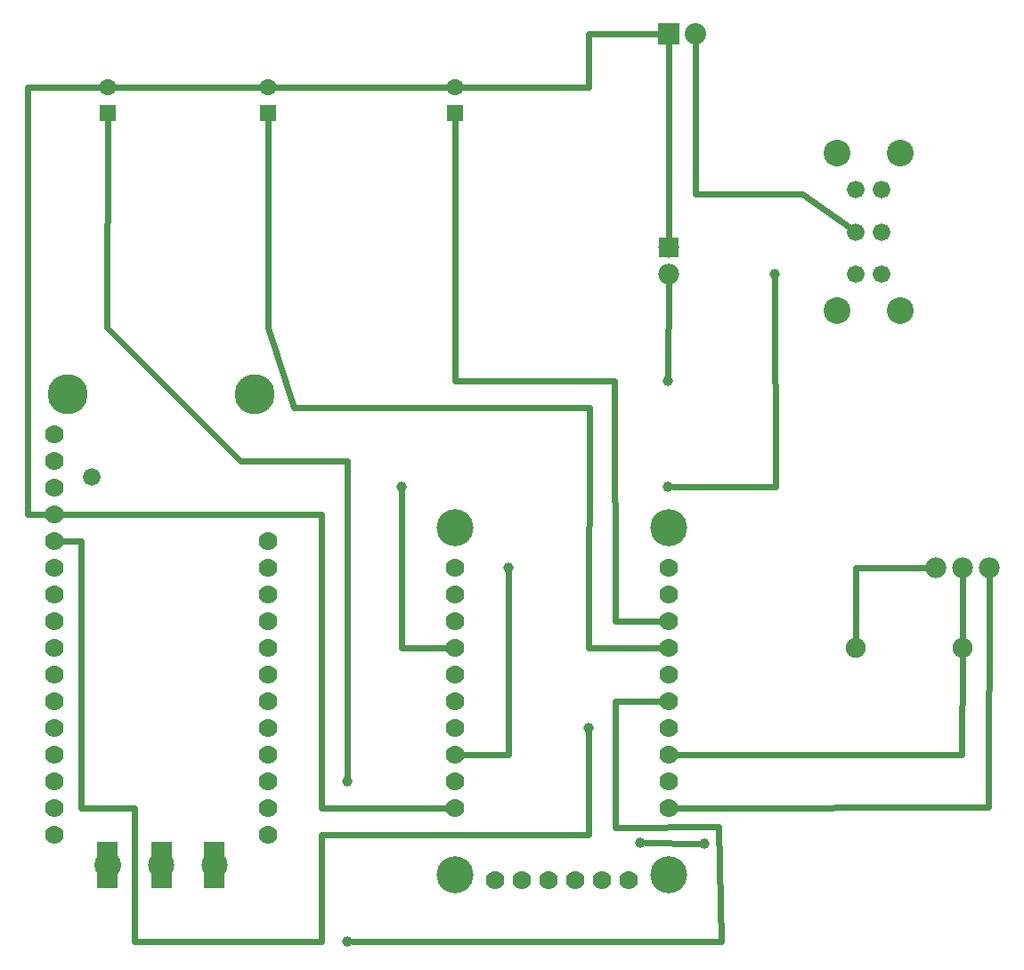
<source format=gbl>
G04 MADE WITH FRITZING*
G04 WWW.FRITZING.ORG*
G04 DOUBLE SIDED*
G04 HOLES PLATED*
G04 CONTOUR ON CENTER OF CONTOUR VECTOR*
%ASAXBY*%
%FSLAX23Y23*%
%MOIN*%
%OFA0B0*%
%SFA1.0B1.0*%
%ADD10C,0.078000*%
%ADD11C,0.075000*%
%ADD12C,0.039370*%
%ADD13C,0.138425*%
%ADD14C,0.070000*%
%ADD15C,0.098425*%
%ADD16C,0.150000*%
%ADD17C,0.100000*%
%ADD18C,0.066000*%
%ADD19C,0.062992*%
%ADD20C,0.080000*%
%ADD21R,0.062992X0.062992*%
%ADD22R,0.078000X0.078000*%
%ADD23R,0.080000X0.080000*%
%ADD24C,0.024000*%
%ADD25R,0.001000X0.001000*%
%LNCOPPER0*%
G90*
G70*
G54D10*
X3944Y1480D03*
X3844Y1480D03*
X3744Y1480D03*
G54D11*
X3844Y1180D03*
X3444Y1180D03*
G54D12*
X1543Y79D03*
X1543Y681D03*
X2444Y881D03*
X2742Y2178D03*
X1744Y1782D03*
X2742Y1782D03*
X2145Y1478D03*
X3143Y2579D03*
X2639Y451D03*
X2879Y446D03*
G54D13*
X1944Y330D03*
X1944Y1630D03*
G54D14*
X2094Y310D03*
X2194Y310D03*
X2294Y310D03*
X2394Y310D03*
X2494Y310D03*
X2594Y310D03*
X1944Y1480D03*
X1944Y1380D03*
X1944Y1280D03*
X1944Y1180D03*
X1944Y1080D03*
X1944Y980D03*
X1944Y880D03*
X1944Y780D03*
X1944Y680D03*
G54D13*
X2744Y1630D03*
G54D14*
X1944Y580D03*
G54D13*
X2744Y330D03*
G54D14*
X2744Y580D03*
X2744Y680D03*
X2744Y780D03*
X2744Y880D03*
X2744Y980D03*
X2744Y1080D03*
X2744Y1180D03*
X2744Y1280D03*
X2744Y1380D03*
X2744Y1480D03*
X1244Y1380D03*
G54D15*
X1044Y365D03*
G54D16*
X494Y2130D03*
G54D15*
X846Y365D03*
G54D17*
X644Y365D03*
G54D18*
X584Y1820D03*
G54D14*
X1244Y1180D03*
X444Y1980D03*
X1244Y1580D03*
X444Y1880D03*
X444Y1780D03*
X444Y1680D03*
X444Y1580D03*
X444Y1480D03*
X444Y1380D03*
X1244Y1080D03*
X444Y1280D03*
X1244Y1280D03*
X444Y1180D03*
X1244Y1480D03*
X444Y1080D03*
G54D16*
X1194Y2130D03*
G54D14*
X444Y980D03*
X444Y880D03*
X444Y780D03*
X444Y680D03*
X444Y580D03*
X444Y480D03*
X1244Y480D03*
X1244Y580D03*
X1244Y680D03*
X1244Y780D03*
X1244Y880D03*
X1244Y980D03*
G54D19*
X1244Y3182D03*
X1244Y3280D03*
X644Y3182D03*
X644Y3280D03*
X1944Y3182D03*
X1944Y3280D03*
G54D10*
X2744Y2680D03*
X2744Y2580D03*
G54D20*
X2744Y3480D03*
X2844Y3480D03*
G54D17*
X3376Y2442D03*
X3612Y2442D03*
X3376Y3033D03*
X3612Y3033D03*
G54D18*
X3444Y2580D03*
X3444Y2737D03*
X3444Y2895D03*
X3543Y2580D03*
X3543Y2737D03*
X3543Y2895D03*
G54D21*
X1244Y3182D03*
X644Y3182D03*
X1944Y3182D03*
G54D22*
X2744Y2680D03*
G54D23*
X2744Y3480D03*
G54D24*
X3943Y582D02*
X2775Y580D01*
D02*
X3944Y1450D02*
X3943Y582D01*
D02*
X3844Y1209D02*
X3844Y1450D01*
D02*
X3842Y778D02*
X2775Y780D01*
D02*
X3844Y1151D02*
X3842Y778D01*
D02*
X3446Y1481D02*
X3445Y1209D01*
D02*
X3714Y1480D02*
X3446Y1481D01*
D02*
X1218Y3280D02*
X671Y3280D01*
D02*
X1918Y3280D02*
X1271Y3280D01*
D02*
X2444Y3279D02*
X1971Y3280D01*
D02*
X2444Y3479D02*
X2444Y3279D01*
D02*
X2713Y3480D02*
X2444Y3479D01*
D02*
X2744Y2710D02*
X2744Y3449D01*
D02*
X2845Y2878D02*
X2845Y3279D01*
D02*
X3246Y2878D02*
X2845Y2878D01*
D02*
X2845Y3279D02*
X2845Y3449D01*
D02*
X3424Y2752D02*
X3246Y2878D01*
D02*
X345Y1679D02*
X414Y1680D01*
D02*
X345Y3279D02*
X345Y1679D01*
D02*
X618Y3280D02*
X345Y3279D01*
D02*
X1446Y578D02*
X1914Y580D01*
D02*
X1446Y1679D02*
X1446Y578D01*
D02*
X475Y1680D02*
X1446Y1679D01*
D02*
X1945Y2179D02*
X1944Y3155D01*
D02*
X2542Y2179D02*
X1945Y2179D01*
D02*
X2546Y1278D02*
X2542Y2179D01*
D02*
X2714Y1280D02*
X2546Y1278D01*
D02*
X1342Y2078D02*
X1245Y2379D01*
D02*
X2447Y2078D02*
X1342Y2078D01*
D02*
X2444Y1180D02*
X2447Y2078D01*
D02*
X1245Y2379D02*
X1244Y3155D01*
D02*
X2714Y1180D02*
X2444Y1180D01*
D02*
X643Y2379D02*
X644Y3155D01*
D02*
X2933Y510D02*
X2943Y79D01*
D02*
X2546Y505D02*
X2933Y510D01*
D02*
X2546Y979D02*
X2546Y505D01*
D02*
X2943Y79D02*
X1562Y79D01*
D02*
X1543Y700D02*
X1543Y1879D01*
D02*
X1543Y1879D02*
X1142Y1879D01*
D02*
X1142Y1879D02*
X643Y2379D01*
D02*
X2714Y980D02*
X2546Y979D01*
D02*
X545Y1581D02*
X475Y1580D01*
D02*
X2444Y862D02*
X2444Y480D01*
D02*
X2444Y480D02*
X2145Y480D01*
D02*
X2145Y480D02*
X1446Y480D01*
D02*
X1446Y480D02*
X1446Y79D01*
D02*
X1446Y79D02*
X746Y79D01*
D02*
X746Y79D02*
X746Y578D01*
D02*
X746Y578D02*
X545Y578D01*
D02*
X545Y578D02*
X545Y1581D01*
D02*
X2742Y2197D02*
X2744Y2550D01*
D02*
X1744Y1180D02*
X1744Y1763D01*
D02*
X1914Y1180D02*
X1744Y1180D01*
D02*
X3145Y1782D02*
X3143Y2560D01*
D02*
X2761Y1782D02*
X3145Y1782D01*
D02*
X2145Y779D02*
X2145Y1459D01*
D02*
X1975Y780D02*
X2145Y779D01*
D02*
X2658Y450D02*
X2860Y446D01*
G54D25*
X607Y453D02*
X681Y453D01*
X607Y452D02*
X681Y452D01*
X809Y452D02*
X883Y452D01*
X1007Y452D02*
X1081Y452D01*
X607Y451D02*
X681Y451D01*
X809Y451D02*
X883Y451D01*
X1007Y451D02*
X1081Y451D01*
X607Y450D02*
X681Y450D01*
X809Y450D02*
X883Y450D01*
X1007Y450D02*
X1081Y450D01*
X607Y449D02*
X681Y449D01*
X809Y449D02*
X883Y449D01*
X1007Y449D02*
X1081Y449D01*
X607Y448D02*
X681Y448D01*
X809Y448D02*
X883Y448D01*
X1007Y448D02*
X1081Y448D01*
X607Y447D02*
X681Y447D01*
X809Y447D02*
X883Y447D01*
X1007Y447D02*
X1081Y447D01*
X607Y446D02*
X681Y446D01*
X809Y446D02*
X883Y446D01*
X1007Y446D02*
X1081Y446D01*
X607Y445D02*
X681Y445D01*
X809Y445D02*
X883Y445D01*
X1007Y445D02*
X1081Y445D01*
X607Y444D02*
X681Y444D01*
X809Y444D02*
X883Y444D01*
X1007Y444D02*
X1081Y444D01*
X607Y443D02*
X681Y443D01*
X809Y443D02*
X883Y443D01*
X1007Y443D02*
X1081Y443D01*
X607Y442D02*
X681Y442D01*
X809Y442D02*
X883Y442D01*
X1007Y442D02*
X1081Y442D01*
X607Y441D02*
X681Y441D01*
X809Y441D02*
X883Y441D01*
X1007Y441D02*
X1081Y441D01*
X607Y440D02*
X681Y440D01*
X809Y440D02*
X883Y440D01*
X1007Y440D02*
X1081Y440D01*
X607Y439D02*
X681Y439D01*
X809Y439D02*
X883Y439D01*
X1007Y439D02*
X1081Y439D01*
X607Y438D02*
X681Y438D01*
X809Y438D02*
X883Y438D01*
X1007Y438D02*
X1081Y438D01*
X607Y437D02*
X681Y437D01*
X809Y437D02*
X883Y437D01*
X1007Y437D02*
X1081Y437D01*
X607Y436D02*
X681Y436D01*
X809Y436D02*
X883Y436D01*
X1007Y436D02*
X1081Y436D01*
X607Y435D02*
X681Y435D01*
X809Y435D02*
X883Y435D01*
X1007Y435D02*
X1081Y435D01*
X607Y434D02*
X681Y434D01*
X809Y434D02*
X883Y434D01*
X1007Y434D02*
X1081Y434D01*
X607Y433D02*
X681Y433D01*
X809Y433D02*
X883Y433D01*
X1007Y433D02*
X1081Y433D01*
X607Y432D02*
X681Y432D01*
X809Y432D02*
X883Y432D01*
X1007Y432D02*
X1081Y432D01*
X607Y431D02*
X681Y431D01*
X809Y431D02*
X883Y431D01*
X1007Y431D02*
X1081Y431D01*
X607Y430D02*
X681Y430D01*
X809Y430D02*
X883Y430D01*
X1007Y430D02*
X1081Y430D01*
X607Y429D02*
X681Y429D01*
X809Y429D02*
X883Y429D01*
X1007Y429D02*
X1081Y429D01*
X607Y428D02*
X681Y428D01*
X809Y428D02*
X883Y428D01*
X1007Y428D02*
X1081Y428D01*
X607Y427D02*
X681Y427D01*
X809Y427D02*
X883Y427D01*
X1007Y427D02*
X1081Y427D01*
X607Y426D02*
X681Y426D01*
X809Y426D02*
X883Y426D01*
X1007Y426D02*
X1081Y426D01*
X607Y425D02*
X681Y425D01*
X809Y425D02*
X883Y425D01*
X1007Y425D02*
X1081Y425D01*
X607Y424D02*
X681Y424D01*
X809Y424D02*
X883Y424D01*
X1007Y424D02*
X1081Y424D01*
X607Y423D02*
X681Y423D01*
X809Y423D02*
X883Y423D01*
X1007Y423D02*
X1081Y423D01*
X607Y422D02*
X681Y422D01*
X809Y422D02*
X883Y422D01*
X1007Y422D02*
X1081Y422D01*
X607Y421D02*
X681Y421D01*
X809Y421D02*
X883Y421D01*
X1007Y421D02*
X1081Y421D01*
X607Y420D02*
X681Y420D01*
X809Y420D02*
X883Y420D01*
X1007Y420D02*
X1081Y420D01*
X607Y419D02*
X681Y419D01*
X809Y419D02*
X883Y419D01*
X1007Y419D02*
X1081Y419D01*
X607Y418D02*
X681Y418D01*
X809Y418D02*
X883Y418D01*
X1007Y418D02*
X1081Y418D01*
X607Y417D02*
X681Y417D01*
X809Y417D02*
X883Y417D01*
X1007Y417D02*
X1081Y417D01*
X607Y416D02*
X681Y416D01*
X809Y416D02*
X883Y416D01*
X1007Y416D02*
X1081Y416D01*
X607Y415D02*
X681Y415D01*
X809Y415D02*
X883Y415D01*
X1007Y415D02*
X1081Y415D01*
X607Y414D02*
X681Y414D01*
X809Y414D02*
X883Y414D01*
X1007Y414D02*
X1081Y414D01*
X607Y413D02*
X681Y413D01*
X809Y413D02*
X883Y413D01*
X1007Y413D02*
X1081Y413D01*
X607Y412D02*
X681Y412D01*
X809Y412D02*
X883Y412D01*
X1007Y412D02*
X1081Y412D01*
X607Y411D02*
X681Y411D01*
X809Y411D02*
X883Y411D01*
X1007Y411D02*
X1081Y411D01*
X607Y410D02*
X681Y410D01*
X809Y410D02*
X883Y410D01*
X1007Y410D02*
X1081Y410D01*
X607Y409D02*
X681Y409D01*
X809Y409D02*
X883Y409D01*
X1007Y409D02*
X1081Y409D01*
X607Y408D02*
X681Y408D01*
X809Y408D02*
X883Y408D01*
X1007Y408D02*
X1081Y408D01*
X607Y407D02*
X681Y407D01*
X809Y407D02*
X883Y407D01*
X1007Y407D02*
X1081Y407D01*
X607Y406D02*
X681Y406D01*
X809Y406D02*
X883Y406D01*
X1007Y406D02*
X1081Y406D01*
X607Y405D02*
X681Y405D01*
X809Y405D02*
X883Y405D01*
X1007Y405D02*
X1081Y405D01*
X607Y404D02*
X639Y404D01*
X648Y404D02*
X681Y404D01*
X809Y404D02*
X883Y404D01*
X1007Y404D02*
X1081Y404D01*
X607Y403D02*
X634Y403D01*
X654Y403D02*
X681Y403D01*
X809Y403D02*
X838Y403D01*
X854Y403D02*
X883Y403D01*
X1007Y403D02*
X1036Y403D01*
X1052Y403D02*
X1081Y403D01*
X607Y402D02*
X631Y402D01*
X657Y402D02*
X681Y402D01*
X809Y402D02*
X834Y402D01*
X858Y402D02*
X883Y402D01*
X1007Y402D02*
X1032Y402D01*
X1056Y402D02*
X1081Y402D01*
X607Y401D02*
X628Y401D01*
X660Y401D02*
X681Y401D01*
X809Y401D02*
X831Y401D01*
X861Y401D02*
X883Y401D01*
X1007Y401D02*
X1029Y401D01*
X1059Y401D02*
X1081Y401D01*
X607Y400D02*
X626Y400D01*
X662Y400D02*
X681Y400D01*
X809Y400D02*
X829Y400D01*
X863Y400D02*
X883Y400D01*
X1007Y400D02*
X1027Y400D01*
X1061Y400D02*
X1081Y400D01*
X607Y399D02*
X624Y399D01*
X663Y399D02*
X681Y399D01*
X809Y399D02*
X827Y399D01*
X865Y399D02*
X883Y399D01*
X1007Y399D02*
X1025Y399D01*
X1063Y399D02*
X1081Y399D01*
X607Y398D02*
X623Y398D01*
X665Y398D02*
X681Y398D01*
X809Y398D02*
X825Y398D01*
X866Y398D02*
X883Y398D01*
X1007Y398D02*
X1023Y398D01*
X1064Y398D02*
X1081Y398D01*
X607Y397D02*
X621Y397D01*
X667Y397D02*
X681Y397D01*
X809Y397D02*
X824Y397D01*
X868Y397D02*
X883Y397D01*
X1007Y397D02*
X1022Y397D01*
X1066Y397D02*
X1081Y397D01*
X607Y396D02*
X620Y396D01*
X668Y396D02*
X681Y396D01*
X809Y396D02*
X822Y396D01*
X869Y396D02*
X883Y396D01*
X1007Y396D02*
X1020Y396D01*
X1067Y396D02*
X1081Y396D01*
X607Y395D02*
X619Y395D01*
X669Y395D02*
X681Y395D01*
X809Y395D02*
X821Y395D01*
X870Y395D02*
X883Y395D01*
X1007Y395D02*
X1019Y395D01*
X1068Y395D02*
X1081Y395D01*
X607Y394D02*
X618Y394D01*
X670Y394D02*
X681Y394D01*
X809Y394D02*
X820Y394D01*
X872Y394D02*
X883Y394D01*
X1007Y394D02*
X1018Y394D01*
X1070Y394D02*
X1081Y394D01*
X607Y393D02*
X617Y393D01*
X671Y393D02*
X681Y393D01*
X809Y393D02*
X819Y393D01*
X873Y393D02*
X883Y393D01*
X1007Y393D02*
X1017Y393D01*
X1071Y393D02*
X1081Y393D01*
X607Y392D02*
X616Y392D01*
X672Y392D02*
X681Y392D01*
X809Y392D02*
X818Y392D01*
X874Y392D02*
X883Y392D01*
X1007Y392D02*
X1016Y392D01*
X1072Y392D02*
X1081Y392D01*
X607Y391D02*
X615Y391D01*
X673Y391D02*
X681Y391D01*
X809Y391D02*
X817Y391D01*
X875Y391D02*
X883Y391D01*
X1007Y391D02*
X1015Y391D01*
X1073Y391D02*
X1081Y391D01*
X607Y390D02*
X614Y390D01*
X674Y390D02*
X681Y390D01*
X809Y390D02*
X816Y390D01*
X875Y390D02*
X883Y390D01*
X1007Y390D02*
X1014Y390D01*
X1073Y390D02*
X1081Y390D01*
X607Y389D02*
X613Y389D01*
X675Y389D02*
X681Y389D01*
X809Y389D02*
X815Y389D01*
X876Y389D02*
X883Y389D01*
X1007Y389D02*
X1013Y389D01*
X1074Y389D02*
X1081Y389D01*
X607Y388D02*
X612Y388D01*
X675Y388D02*
X681Y388D01*
X809Y388D02*
X815Y388D01*
X877Y388D02*
X883Y388D01*
X1007Y388D02*
X1013Y388D01*
X1075Y388D02*
X1081Y388D01*
X607Y387D02*
X612Y387D01*
X676Y387D02*
X681Y387D01*
X809Y387D02*
X814Y387D01*
X878Y387D02*
X883Y387D01*
X1007Y387D02*
X1012Y387D01*
X1076Y387D02*
X1081Y387D01*
X607Y386D02*
X611Y386D01*
X677Y386D02*
X681Y386D01*
X809Y386D02*
X813Y386D01*
X878Y386D02*
X883Y386D01*
X1007Y386D02*
X1011Y386D01*
X1076Y386D02*
X1081Y386D01*
X607Y385D02*
X610Y385D01*
X677Y385D02*
X681Y385D01*
X809Y385D02*
X813Y385D01*
X879Y385D02*
X883Y385D01*
X1007Y385D02*
X1011Y385D01*
X1077Y385D02*
X1081Y385D01*
X607Y384D02*
X610Y384D01*
X678Y384D02*
X681Y384D01*
X809Y384D02*
X812Y384D01*
X879Y384D02*
X883Y384D01*
X1007Y384D02*
X1010Y384D01*
X1077Y384D02*
X1081Y384D01*
X607Y383D02*
X609Y383D01*
X678Y383D02*
X681Y383D01*
X809Y383D02*
X812Y383D01*
X880Y383D02*
X883Y383D01*
X1007Y383D02*
X1010Y383D01*
X1078Y383D02*
X1081Y383D01*
X607Y382D02*
X609Y382D01*
X679Y382D02*
X681Y382D01*
X809Y382D02*
X811Y382D01*
X880Y382D02*
X883Y382D01*
X1007Y382D02*
X1009Y382D01*
X1078Y382D02*
X1081Y382D01*
X607Y381D02*
X609Y381D01*
X679Y381D02*
X681Y381D01*
X809Y381D02*
X811Y381D01*
X881Y381D02*
X883Y381D01*
X1007Y381D02*
X1009Y381D01*
X1079Y381D02*
X1081Y381D01*
X607Y380D02*
X608Y380D01*
X680Y380D02*
X681Y380D01*
X809Y380D02*
X810Y380D01*
X881Y380D02*
X883Y380D01*
X1007Y380D02*
X1008Y380D01*
X1079Y380D02*
X1081Y380D01*
X607Y379D02*
X608Y379D01*
X680Y379D02*
X681Y379D01*
X809Y379D02*
X810Y379D01*
X882Y379D02*
X883Y379D01*
X1007Y379D02*
X1008Y379D01*
X1080Y379D02*
X1081Y379D01*
X607Y378D02*
X607Y378D01*
X680Y378D02*
X681Y378D01*
X809Y378D02*
X810Y378D01*
X882Y378D02*
X883Y378D01*
X1007Y378D02*
X1008Y378D01*
X1080Y378D02*
X1081Y378D01*
X607Y377D02*
X607Y377D01*
X681Y377D02*
X681Y377D01*
X809Y377D02*
X809Y377D01*
X882Y377D02*
X883Y377D01*
X1007Y377D02*
X1007Y377D01*
X1080Y377D02*
X1081Y377D01*
X607Y376D02*
X607Y376D01*
X681Y376D02*
X681Y376D01*
X809Y376D02*
X809Y376D01*
X883Y376D02*
X883Y376D01*
X1007Y376D02*
X1007Y376D01*
X1081Y376D02*
X1081Y376D01*
X607Y375D02*
X607Y375D01*
X681Y375D02*
X681Y375D01*
X809Y375D02*
X809Y375D01*
X883Y375D02*
X883Y375D01*
X1007Y375D02*
X1007Y375D01*
X1081Y375D02*
X1081Y375D01*
X681Y374D02*
X681Y374D01*
X809Y374D02*
X809Y374D01*
X883Y374D02*
X883Y374D01*
X1007Y374D02*
X1007Y374D01*
X1081Y374D02*
X1081Y374D01*
X883Y373D02*
X883Y373D01*
X1081Y373D02*
X1081Y373D01*
X883Y360D02*
X883Y360D01*
X1081Y360D02*
X1081Y360D01*
X681Y359D02*
X681Y359D01*
X809Y359D02*
X809Y359D01*
X883Y359D02*
X883Y359D01*
X1007Y359D02*
X1007Y359D01*
X1081Y359D02*
X1081Y359D01*
X607Y358D02*
X607Y358D01*
X681Y358D02*
X681Y358D01*
X809Y358D02*
X809Y358D01*
X883Y358D02*
X883Y358D01*
X1007Y358D02*
X1007Y358D01*
X1081Y358D02*
X1081Y358D01*
X607Y357D02*
X607Y357D01*
X681Y357D02*
X681Y357D01*
X809Y357D02*
X809Y357D01*
X883Y357D02*
X883Y357D01*
X1007Y357D02*
X1007Y357D01*
X1081Y357D02*
X1081Y357D01*
X607Y356D02*
X607Y356D01*
X681Y356D02*
X681Y356D01*
X809Y356D02*
X809Y356D01*
X882Y356D02*
X883Y356D01*
X1007Y356D02*
X1007Y356D01*
X1080Y356D02*
X1081Y356D01*
X607Y355D02*
X607Y355D01*
X680Y355D02*
X681Y355D01*
X809Y355D02*
X810Y355D01*
X882Y355D02*
X883Y355D01*
X1007Y355D02*
X1008Y355D01*
X1080Y355D02*
X1081Y355D01*
X607Y354D02*
X608Y354D01*
X680Y354D02*
X681Y354D01*
X809Y354D02*
X810Y354D01*
X882Y354D02*
X883Y354D01*
X1007Y354D02*
X1008Y354D01*
X1080Y354D02*
X1081Y354D01*
X607Y353D02*
X608Y353D01*
X680Y353D02*
X681Y353D01*
X809Y353D02*
X810Y353D01*
X881Y353D02*
X883Y353D01*
X1007Y353D02*
X1008Y353D01*
X1079Y353D02*
X1081Y353D01*
X607Y352D02*
X608Y352D01*
X679Y352D02*
X681Y352D01*
X809Y352D02*
X811Y352D01*
X881Y352D02*
X883Y352D01*
X1007Y352D02*
X1009Y352D01*
X1079Y352D02*
X1081Y352D01*
X607Y351D02*
X609Y351D01*
X679Y351D02*
X681Y351D01*
X809Y351D02*
X811Y351D01*
X880Y351D02*
X883Y351D01*
X1007Y351D02*
X1009Y351D01*
X1078Y351D02*
X1081Y351D01*
X607Y350D02*
X609Y350D01*
X678Y350D02*
X681Y350D01*
X809Y350D02*
X812Y350D01*
X880Y350D02*
X883Y350D01*
X1007Y350D02*
X1010Y350D01*
X1078Y350D02*
X1081Y350D01*
X607Y349D02*
X610Y349D01*
X678Y349D02*
X681Y349D01*
X809Y349D02*
X812Y349D01*
X879Y349D02*
X883Y349D01*
X1007Y349D02*
X1010Y349D01*
X1077Y349D02*
X1081Y349D01*
X607Y348D02*
X610Y348D01*
X677Y348D02*
X681Y348D01*
X809Y348D02*
X813Y348D01*
X879Y348D02*
X883Y348D01*
X1007Y348D02*
X1011Y348D01*
X1077Y348D02*
X1081Y348D01*
X607Y347D02*
X611Y347D01*
X677Y347D02*
X681Y347D01*
X809Y347D02*
X813Y347D01*
X878Y347D02*
X883Y347D01*
X1007Y347D02*
X1011Y347D01*
X1076Y347D02*
X1081Y347D01*
X607Y346D02*
X612Y346D01*
X676Y346D02*
X681Y346D01*
X809Y346D02*
X814Y346D01*
X878Y346D02*
X883Y346D01*
X1007Y346D02*
X1012Y346D01*
X1076Y346D02*
X1081Y346D01*
X607Y345D02*
X612Y345D01*
X675Y345D02*
X681Y345D01*
X809Y345D02*
X815Y345D01*
X877Y345D02*
X883Y345D01*
X1007Y345D02*
X1013Y345D01*
X1075Y345D02*
X1081Y345D01*
X607Y344D02*
X613Y344D01*
X675Y344D02*
X681Y344D01*
X809Y344D02*
X815Y344D01*
X876Y344D02*
X883Y344D01*
X1007Y344D02*
X1013Y344D01*
X1074Y344D02*
X1081Y344D01*
X607Y343D02*
X614Y343D01*
X674Y343D02*
X681Y343D01*
X809Y343D02*
X816Y343D01*
X876Y343D02*
X883Y343D01*
X1007Y343D02*
X1014Y343D01*
X1074Y343D02*
X1081Y343D01*
X607Y342D02*
X615Y342D01*
X673Y342D02*
X681Y342D01*
X809Y342D02*
X817Y342D01*
X875Y342D02*
X883Y342D01*
X1007Y342D02*
X1015Y342D01*
X1073Y342D02*
X1081Y342D01*
X607Y341D02*
X615Y341D01*
X672Y341D02*
X681Y341D01*
X809Y341D02*
X818Y341D01*
X874Y341D02*
X883Y341D01*
X1007Y341D02*
X1016Y341D01*
X1072Y341D02*
X1081Y341D01*
X607Y340D02*
X616Y340D01*
X671Y340D02*
X681Y340D01*
X809Y340D02*
X819Y340D01*
X873Y340D02*
X883Y340D01*
X1007Y340D02*
X1017Y340D01*
X1071Y340D02*
X1081Y340D01*
X607Y339D02*
X617Y339D01*
X670Y339D02*
X681Y339D01*
X809Y339D02*
X820Y339D01*
X872Y339D02*
X883Y339D01*
X1007Y339D02*
X1018Y339D01*
X1070Y339D02*
X1081Y339D01*
X607Y338D02*
X619Y338D01*
X669Y338D02*
X681Y338D01*
X809Y338D02*
X821Y338D01*
X871Y338D02*
X883Y338D01*
X1007Y338D02*
X1019Y338D01*
X1069Y338D02*
X1081Y338D01*
X607Y337D02*
X620Y337D01*
X668Y337D02*
X681Y337D01*
X809Y337D02*
X822Y337D01*
X869Y337D02*
X883Y337D01*
X1007Y337D02*
X1020Y337D01*
X1067Y337D02*
X1081Y337D01*
X607Y336D02*
X621Y336D01*
X667Y336D02*
X681Y336D01*
X809Y336D02*
X824Y336D01*
X868Y336D02*
X883Y336D01*
X1007Y336D02*
X1022Y336D01*
X1066Y336D02*
X1081Y336D01*
X607Y335D02*
X622Y335D01*
X665Y335D02*
X681Y335D01*
X809Y335D02*
X825Y335D01*
X867Y335D02*
X883Y335D01*
X1007Y335D02*
X1023Y335D01*
X1065Y335D02*
X1081Y335D01*
X607Y334D02*
X624Y334D01*
X664Y334D02*
X681Y334D01*
X809Y334D02*
X827Y334D01*
X865Y334D02*
X883Y334D01*
X1007Y334D02*
X1025Y334D01*
X1063Y334D02*
X1081Y334D01*
X607Y333D02*
X626Y333D01*
X662Y333D02*
X681Y333D01*
X809Y333D02*
X829Y333D01*
X863Y333D02*
X883Y333D01*
X1007Y333D02*
X1027Y333D01*
X1061Y333D02*
X1081Y333D01*
X607Y332D02*
X628Y332D01*
X660Y332D02*
X681Y332D01*
X809Y332D02*
X831Y332D01*
X861Y332D02*
X883Y332D01*
X1007Y332D02*
X1029Y332D01*
X1059Y332D02*
X1081Y332D01*
X607Y331D02*
X630Y331D01*
X657Y331D02*
X681Y331D01*
X809Y331D02*
X833Y331D01*
X858Y331D02*
X883Y331D01*
X1007Y331D02*
X1032Y331D01*
X1056Y331D02*
X1081Y331D01*
X607Y330D02*
X634Y330D01*
X654Y330D02*
X681Y330D01*
X809Y330D02*
X837Y330D01*
X855Y330D02*
X883Y330D01*
X1007Y330D02*
X1035Y330D01*
X1053Y330D02*
X1081Y330D01*
X607Y329D02*
X639Y329D01*
X649Y329D02*
X681Y329D01*
X809Y329D02*
X883Y329D01*
X1007Y329D02*
X1081Y329D01*
X607Y328D02*
X681Y328D01*
X809Y328D02*
X883Y328D01*
X1007Y328D02*
X1081Y328D01*
X607Y327D02*
X681Y327D01*
X809Y327D02*
X883Y327D01*
X1007Y327D02*
X1081Y327D01*
X607Y326D02*
X681Y326D01*
X809Y326D02*
X883Y326D01*
X1007Y326D02*
X1081Y326D01*
X607Y325D02*
X681Y325D01*
X809Y325D02*
X883Y325D01*
X1007Y325D02*
X1081Y325D01*
X607Y324D02*
X681Y324D01*
X809Y324D02*
X883Y324D01*
X1007Y324D02*
X1081Y324D01*
X607Y323D02*
X681Y323D01*
X809Y323D02*
X883Y323D01*
X1007Y323D02*
X1081Y323D01*
X607Y322D02*
X681Y322D01*
X809Y322D02*
X883Y322D01*
X1007Y322D02*
X1081Y322D01*
X607Y321D02*
X681Y321D01*
X809Y321D02*
X883Y321D01*
X1007Y321D02*
X1081Y321D01*
X607Y320D02*
X681Y320D01*
X809Y320D02*
X883Y320D01*
X1007Y320D02*
X1081Y320D01*
X607Y319D02*
X681Y319D01*
X809Y319D02*
X883Y319D01*
X1007Y319D02*
X1081Y319D01*
X607Y318D02*
X681Y318D01*
X809Y318D02*
X883Y318D01*
X1007Y318D02*
X1081Y318D01*
X607Y317D02*
X681Y317D01*
X809Y317D02*
X883Y317D01*
X1007Y317D02*
X1081Y317D01*
X607Y316D02*
X681Y316D01*
X809Y316D02*
X883Y316D01*
X1007Y316D02*
X1081Y316D01*
X607Y315D02*
X681Y315D01*
X809Y315D02*
X883Y315D01*
X1007Y315D02*
X1081Y315D01*
X607Y314D02*
X681Y314D01*
X809Y314D02*
X883Y314D01*
X1007Y314D02*
X1081Y314D01*
X607Y313D02*
X681Y313D01*
X809Y313D02*
X883Y313D01*
X1007Y313D02*
X1081Y313D01*
X607Y312D02*
X681Y312D01*
X809Y312D02*
X883Y312D01*
X1007Y312D02*
X1081Y312D01*
X607Y311D02*
X681Y311D01*
X809Y311D02*
X883Y311D01*
X1007Y311D02*
X1081Y311D01*
X607Y310D02*
X681Y310D01*
X809Y310D02*
X883Y310D01*
X1007Y310D02*
X1081Y310D01*
X607Y309D02*
X681Y309D01*
X809Y309D02*
X883Y309D01*
X1007Y309D02*
X1081Y309D01*
X607Y308D02*
X681Y308D01*
X809Y308D02*
X883Y308D01*
X1007Y308D02*
X1081Y308D01*
X607Y307D02*
X681Y307D01*
X809Y307D02*
X883Y307D01*
X1007Y307D02*
X1081Y307D01*
X607Y306D02*
X681Y306D01*
X809Y306D02*
X883Y306D01*
X1007Y306D02*
X1081Y306D01*
X607Y305D02*
X681Y305D01*
X809Y305D02*
X883Y305D01*
X1007Y305D02*
X1081Y305D01*
X607Y304D02*
X681Y304D01*
X809Y304D02*
X883Y304D01*
X1007Y304D02*
X1081Y304D01*
X607Y303D02*
X681Y303D01*
X809Y303D02*
X883Y303D01*
X1007Y303D02*
X1081Y303D01*
X607Y302D02*
X681Y302D01*
X809Y302D02*
X883Y302D01*
X1007Y302D02*
X1081Y302D01*
X607Y301D02*
X681Y301D01*
X809Y301D02*
X883Y301D01*
X1007Y301D02*
X1081Y301D01*
X607Y300D02*
X681Y300D01*
X809Y300D02*
X883Y300D01*
X1007Y300D02*
X1081Y300D01*
X607Y299D02*
X681Y299D01*
X809Y299D02*
X883Y299D01*
X1007Y299D02*
X1081Y299D01*
X607Y298D02*
X681Y298D01*
X809Y298D02*
X883Y298D01*
X1007Y298D02*
X1081Y298D01*
X607Y297D02*
X681Y297D01*
X809Y297D02*
X883Y297D01*
X1007Y297D02*
X1081Y297D01*
X607Y296D02*
X681Y296D01*
X809Y296D02*
X883Y296D01*
X1007Y296D02*
X1081Y296D01*
X607Y295D02*
X681Y295D01*
X809Y295D02*
X883Y295D01*
X1007Y295D02*
X1081Y295D01*
X607Y294D02*
X681Y294D01*
X809Y294D02*
X883Y294D01*
X1007Y294D02*
X1081Y294D01*
X607Y293D02*
X681Y293D01*
X809Y293D02*
X883Y293D01*
X1007Y293D02*
X1081Y293D01*
X607Y292D02*
X681Y292D01*
X809Y292D02*
X883Y292D01*
X1007Y292D02*
X1081Y292D01*
X607Y291D02*
X681Y291D01*
X809Y291D02*
X883Y291D01*
X1007Y291D02*
X1081Y291D01*
X607Y290D02*
X681Y290D01*
X809Y290D02*
X883Y290D01*
X1007Y290D02*
X1081Y290D01*
X607Y289D02*
X681Y289D01*
X809Y289D02*
X883Y289D01*
X1007Y289D02*
X1081Y289D01*
X607Y288D02*
X681Y288D01*
X809Y288D02*
X883Y288D01*
X1007Y288D02*
X1081Y288D01*
X607Y287D02*
X681Y287D01*
X809Y287D02*
X883Y287D01*
X1007Y287D02*
X1081Y287D01*
X607Y286D02*
X681Y286D01*
X809Y286D02*
X883Y286D01*
X1007Y286D02*
X1081Y286D01*
X607Y285D02*
X681Y285D01*
X809Y285D02*
X883Y285D01*
X1007Y285D02*
X1081Y285D01*
X607Y284D02*
X681Y284D01*
X809Y284D02*
X883Y284D01*
X1007Y284D02*
X1081Y284D01*
X607Y283D02*
X681Y283D01*
X809Y283D02*
X883Y283D01*
X1007Y283D02*
X1081Y283D01*
X607Y282D02*
X681Y282D01*
X809Y282D02*
X883Y282D01*
X1007Y282D02*
X1081Y282D01*
X607Y281D02*
X681Y281D01*
X809Y281D02*
X883Y281D01*
X1007Y281D02*
X1081Y281D01*
X607Y280D02*
X681Y280D01*
D02*
G04 End of Copper0*
M02*
</source>
